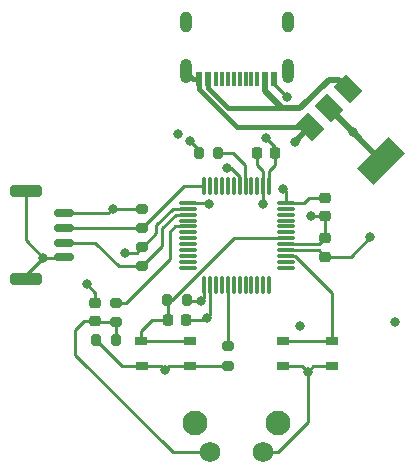
<source format=gbr>
%TF.GenerationSoftware,KiCad,Pcbnew,7.0.7*%
%TF.CreationDate,2023-10-08T00:42:53+08:00*%
%TF.ProjectId,RM_47mm,524d5f34-376d-46d2-9e6b-696361645f70,rev?*%
%TF.SameCoordinates,Original*%
%TF.FileFunction,Copper,L4,Bot*%
%TF.FilePolarity,Positive*%
%FSLAX46Y46*%
G04 Gerber Fmt 4.6, Leading zero omitted, Abs format (unit mm)*
G04 Created by KiCad (PCBNEW 7.0.7) date 2023-10-08 00:42:53*
%MOMM*%
%LPD*%
G01*
G04 APERTURE LIST*
G04 Aperture macros list*
%AMRoundRect*
0 Rectangle with rounded corners*
0 $1 Rounding radius*
0 $2 $3 $4 $5 $6 $7 $8 $9 X,Y pos of 4 corners*
0 Add a 4 corners polygon primitive as box body*
4,1,4,$2,$3,$4,$5,$6,$7,$8,$9,$2,$3,0*
0 Add four circle primitives for the rounded corners*
1,1,$1+$1,$2,$3*
1,1,$1+$1,$4,$5*
1,1,$1+$1,$6,$7*
1,1,$1+$1,$8,$9*
0 Add four rect primitives between the rounded corners*
20,1,$1+$1,$2,$3,$4,$5,0*
20,1,$1+$1,$4,$5,$6,$7,0*
20,1,$1+$1,$6,$7,$8,$9,0*
20,1,$1+$1,$8,$9,$2,$3,0*%
%AMRotRect*
0 Rectangle, with rotation*
0 The origin of the aperture is its center*
0 $1 length*
0 $2 width*
0 $3 Rotation angle, in degrees counterclockwise*
0 Add horizontal line*
21,1,$1,$2,0,0,$3*%
G04 Aperture macros list end*
%TA.AperFunction,SMDPad,CuDef*%
%ADD10RotRect,2.000000X1.500000X315.000000*%
%TD*%
%TA.AperFunction,SMDPad,CuDef*%
%ADD11RotRect,2.000000X3.800000X315.000000*%
%TD*%
%TA.AperFunction,SMDPad,CuDef*%
%ADD12R,0.600000X1.240000*%
%TD*%
%TA.AperFunction,SMDPad,CuDef*%
%ADD13R,0.300000X1.240000*%
%TD*%
%TA.AperFunction,ComponentPad*%
%ADD14O,1.000000X1.800000*%
%TD*%
%TA.AperFunction,ComponentPad*%
%ADD15O,1.000000X2.100000*%
%TD*%
%TA.AperFunction,SMDPad,CuDef*%
%ADD16RoundRect,0.150000X0.700000X-0.150000X0.700000X0.150000X-0.700000X0.150000X-0.700000X-0.150000X0*%
%TD*%
%TA.AperFunction,SMDPad,CuDef*%
%ADD17RoundRect,0.250000X1.100000X-0.250000X1.100000X0.250000X-1.100000X0.250000X-1.100000X-0.250000X0*%
%TD*%
%TA.AperFunction,SMDPad,CuDef*%
%ADD18RoundRect,0.200000X0.275000X-0.200000X0.275000X0.200000X-0.275000X0.200000X-0.275000X-0.200000X0*%
%TD*%
%TA.AperFunction,SMDPad,CuDef*%
%ADD19RoundRect,0.200000X-0.200000X-0.275000X0.200000X-0.275000X0.200000X0.275000X-0.200000X0.275000X0*%
%TD*%
%TA.AperFunction,SMDPad,CuDef*%
%ADD20RoundRect,0.075000X0.662500X0.075000X-0.662500X0.075000X-0.662500X-0.075000X0.662500X-0.075000X0*%
%TD*%
%TA.AperFunction,SMDPad,CuDef*%
%ADD21RoundRect,0.075000X0.075000X0.662500X-0.075000X0.662500X-0.075000X-0.662500X0.075000X-0.662500X0*%
%TD*%
%TA.AperFunction,SMDPad,CuDef*%
%ADD22R,1.050000X0.650000*%
%TD*%
%TA.AperFunction,SMDPad,CuDef*%
%ADD23RoundRect,0.225000X-0.250000X0.225000X-0.250000X-0.225000X0.250000X-0.225000X0.250000X0.225000X0*%
%TD*%
%TA.AperFunction,SMDPad,CuDef*%
%ADD24RoundRect,0.225000X0.225000X0.250000X-0.225000X0.250000X-0.225000X-0.250000X0.225000X-0.250000X0*%
%TD*%
%TA.AperFunction,SMDPad,CuDef*%
%ADD25RoundRect,0.225000X0.250000X-0.225000X0.250000X0.225000X-0.250000X0.225000X-0.250000X-0.225000X0*%
%TD*%
%TA.AperFunction,SMDPad,CuDef*%
%ADD26RoundRect,0.200000X-0.275000X0.200000X-0.275000X-0.200000X0.275000X-0.200000X0.275000X0.200000X0*%
%TD*%
%TA.AperFunction,SMDPad,CuDef*%
%ADD27RoundRect,0.200000X0.200000X0.275000X-0.200000X0.275000X-0.200000X-0.275000X0.200000X-0.275000X0*%
%TD*%
%TA.AperFunction,ComponentPad*%
%ADD28C,2.100000*%
%TD*%
%TA.AperFunction,ComponentPad*%
%ADD29C,1.750000*%
%TD*%
%TA.AperFunction,ViaPad*%
%ADD30C,0.800000*%
%TD*%
%TA.AperFunction,Conductor*%
%ADD31C,0.400000*%
%TD*%
%TA.AperFunction,Conductor*%
%ADD32C,0.500000*%
%TD*%
%TA.AperFunction,Conductor*%
%ADD33C,0.250000*%
%TD*%
G04 APERTURE END LIST*
D10*
%TO.P,U2,1,GND*%
%TO.N,Earth*%
X156166268Y-90838959D03*
D11*
%TO.P,U2,2,VO*%
%TO.N,/VCC_3V3*%
X162247386Y-93667386D03*
D10*
X157792614Y-89212614D03*
%TO.P,U2,3,VI*%
%TO.N,/VCC_5V*%
X159418959Y-87586268D03*
%TD*%
D12*
%TO.P,J1,A1,GND*%
%TO.N,Earth*%
X146800000Y-86725000D03*
%TO.P,J1,A4,VBUS*%
%TO.N,/VCC_5V*%
X147600000Y-86725000D03*
D13*
%TO.P,J1,A5,CC1*%
%TO.N,unconnected-(J1-CC1-PadA5)*%
X148750000Y-86725000D03*
%TO.P,J1,A6,D+*%
%TO.N,unconnected-(J1-D+-PadA6)*%
X149750000Y-86725000D03*
%TO.P,J1,A7,D-*%
%TO.N,unconnected-(J1-D--PadA7)*%
X150250000Y-86725000D03*
%TO.P,J1,A8,SBU1*%
%TO.N,unconnected-(J1-SBU1-PadA8)*%
X151250000Y-86725000D03*
D12*
%TO.P,J1,A9,VBUS*%
%TO.N,/VCC_5V*%
X152400000Y-86725000D03*
%TO.P,J1,A12,GND*%
%TO.N,Earth*%
X153200000Y-86725000D03*
%TO.P,J1,B1,GND*%
X153200000Y-86725000D03*
%TO.P,J1,B4,VBUS*%
%TO.N,/VCC_5V*%
X152400000Y-86725000D03*
D13*
%TO.P,J1,B5,CC2*%
%TO.N,unconnected-(J1-CC2-PadB5)*%
X151750000Y-86725000D03*
%TO.P,J1,B6,D+*%
%TO.N,unconnected-(J1-D+-PadB6)*%
X150750000Y-86725000D03*
%TO.P,J1,B7,D-*%
%TO.N,unconnected-(J1-D--PadB7)*%
X149250000Y-86725000D03*
%TO.P,J1,B8,SBU2*%
%TO.N,unconnected-(J1-SBU2-PadB8)*%
X148250000Y-86725000D03*
D12*
%TO.P,J1,B9,VBUS*%
%TO.N,/VCC_5V*%
X147600000Y-86725000D03*
%TO.P,J1,B12,GND*%
%TO.N,Earth*%
X146800000Y-86725000D03*
D14*
%TO.P,J1,S1,SHIELD*%
X145680000Y-81925000D03*
D15*
X145680000Y-86125000D03*
X154320000Y-86125000D03*
D14*
X154320000Y-81925000D03*
%TD*%
D16*
%TO.P,J2,1,Pin_1*%
%TO.N,Earth*%
X135350000Y-101875000D03*
%TO.P,J2,2,Pin_2*%
%TO.N,/SWDIO*%
X135350000Y-100625000D03*
%TO.P,J2,3,Pin_3*%
%TO.N,/SWCLK*%
X135350000Y-99375000D03*
%TO.P,J2,4,Pin_4*%
%TO.N,/VCC_3V3*%
X135350000Y-98125000D03*
D17*
%TO.P,J2,MP*%
%TO.N,Earth*%
X132150000Y-103725000D03*
X132150000Y-96275000D03*
%TD*%
D18*
%TO.P,R3,1*%
%TO.N,/SWCLK*%
X142018127Y-99380570D03*
%TO.P,R3,2*%
%TO.N,/VCC_3V3*%
X142018127Y-97730570D03*
%TD*%
%TO.P,R7,1*%
%TO.N,Net-(SW3-3)*%
X139783288Y-107336708D03*
%TO.P,R7,2*%
%TO.N,/Button_LED*%
X139783288Y-105686708D03*
%TD*%
D19*
%TO.P,R4,1*%
%TO.N,Earth*%
X146775000Y-93000000D03*
%TO.P,R4,2*%
%TO.N,/BOOT0*%
X148425000Y-93000000D03*
%TD*%
D20*
%TO.P,U1,1,VBAT*%
%TO.N,/VCC_3V3*%
X154162500Y-97250000D03*
%TO.P,U1,2,PC13*%
%TO.N,unconnected-(U1-PC13-Pad2)*%
X154162500Y-97750000D03*
%TO.P,U1,3,PC14*%
%TO.N,unconnected-(U1-PC14-Pad3)*%
X154162500Y-98250000D03*
%TO.P,U1,4,PC15*%
%TO.N,unconnected-(U1-PC15-Pad4)*%
X154162500Y-98750000D03*
%TO.P,U1,5,PD0*%
%TO.N,unconnected-(U1-PD0-Pad5)*%
X154162500Y-99250000D03*
%TO.P,U1,6,PD1*%
%TO.N,unconnected-(U1-PD1-Pad6)*%
X154162500Y-99750000D03*
%TO.P,U1,7,NRST*%
%TO.N,/RESET*%
X154162500Y-100250000D03*
%TO.P,U1,8,VSSA*%
%TO.N,Earth*%
X154162500Y-100750000D03*
%TO.P,U1,9,VDDA*%
%TO.N,/VCC_3V3*%
X154162500Y-101250000D03*
%TO.P,U1,10,PA0*%
%TO.N,/WKUP*%
X154162500Y-101750000D03*
%TO.P,U1,11,PA1*%
%TO.N,unconnected-(U1-PA1-Pad11)*%
X154162500Y-102250000D03*
%TO.P,U1,12,PA2*%
%TO.N,unconnected-(U1-PA2-Pad12)*%
X154162500Y-102750000D03*
D21*
%TO.P,U1,13,PA3*%
%TO.N,unconnected-(U1-PA3-Pad13)*%
X152750000Y-104162500D03*
%TO.P,U1,14,PA4*%
%TO.N,unconnected-(U1-PA4-Pad14)*%
X152250000Y-104162500D03*
%TO.P,U1,15,PA5*%
%TO.N,unconnected-(U1-PA5-Pad15)*%
X151750000Y-104162500D03*
%TO.P,U1,16,PA6*%
%TO.N,unconnected-(U1-PA6-Pad16)*%
X151250000Y-104162500D03*
%TO.P,U1,17,PA7*%
%TO.N,unconnected-(U1-PA7-Pad17)*%
X150750000Y-104162500D03*
%TO.P,U1,18,PB0*%
%TO.N,unconnected-(U1-PB0-Pad18)*%
X150250000Y-104162500D03*
%TO.P,U1,19,PB1*%
%TO.N,unconnected-(U1-PB1-Pad19)*%
X149750000Y-104162500D03*
%TO.P,U1,20,PB2*%
%TO.N,/BOOT1{slash}PB2*%
X149250000Y-104162500D03*
%TO.P,U1,21,PB10*%
%TO.N,unconnected-(U1-PB10-Pad21)*%
X148750000Y-104162500D03*
%TO.P,U1,22,PB11*%
%TO.N,unconnected-(U1-PB11-Pad22)*%
X148250000Y-104162500D03*
%TO.P,U1,23,VSS*%
%TO.N,Earth*%
X147750000Y-104162500D03*
%TO.P,U1,24,VDD*%
%TO.N,/VCC_3V3*%
X147250000Y-104162500D03*
D20*
%TO.P,U1,25,PB12*%
%TO.N,unconnected-(U1-PB12-Pad25)*%
X145837500Y-102750000D03*
%TO.P,U1,26,PB13*%
%TO.N,unconnected-(U1-PB13-Pad26)*%
X145837500Y-102250000D03*
%TO.P,U1,27,PB14*%
%TO.N,unconnected-(U1-PB14-Pad27)*%
X145837500Y-101750000D03*
%TO.P,U1,28,PB15*%
%TO.N,unconnected-(U1-PB15-Pad28)*%
X145837500Y-101250000D03*
%TO.P,U1,29,PA8*%
%TO.N,unconnected-(U1-PA8-Pad29)*%
X145837500Y-100750000D03*
%TO.P,U1,30,PA9*%
%TO.N,unconnected-(U1-PA9-Pad30)*%
X145837500Y-100250000D03*
%TO.P,U1,31,PA10*%
%TO.N,unconnected-(U1-PA10-Pad31)*%
X145837500Y-99750000D03*
%TO.P,U1,32,PA11*%
%TO.N,/Button_LED*%
X145837500Y-99250000D03*
%TO.P,U1,33,PA12*%
%TO.N,unconnected-(U1-PA12-Pad33)*%
X145837500Y-98750000D03*
%TO.P,U1,34,PA13*%
%TO.N,/SWDIO*%
X145837500Y-98250000D03*
%TO.P,U1,35,VSS*%
%TO.N,Earth*%
X145837500Y-97750000D03*
%TO.P,U1,36,VDD*%
%TO.N,/VCC_3V3*%
X145837500Y-97250000D03*
D21*
%TO.P,U1,37,PA14*%
%TO.N,/SWCLK*%
X147250000Y-95837500D03*
%TO.P,U1,38,PA15*%
%TO.N,unconnected-(U1-PA15-Pad38)*%
X147750000Y-95837500D03*
%TO.P,U1,39,PB3*%
%TO.N,unconnected-(U1-PB3-Pad39)*%
X148250000Y-95837500D03*
%TO.P,U1,40,PB4*%
%TO.N,unconnected-(U1-PB4-Pad40)*%
X148750000Y-95837500D03*
%TO.P,U1,41,PB5*%
%TO.N,unconnected-(U1-PB5-Pad41)*%
X149250000Y-95837500D03*
%TO.P,U1,42,PB6*%
%TO.N,unconnected-(U1-PB6-Pad42)*%
X149750000Y-95837500D03*
%TO.P,U1,43,PB7*%
%TO.N,/LED_IN*%
X150250000Y-95837500D03*
%TO.P,U1,44,BOOT0*%
%TO.N,/BOOT0*%
X150750000Y-95837500D03*
%TO.P,U1,45,PB8*%
%TO.N,unconnected-(U1-PB8-Pad45)*%
X151250000Y-95837500D03*
%TO.P,U1,46,PB9*%
%TO.N,unconnected-(U1-PB9-Pad46)*%
X151750000Y-95837500D03*
%TO.P,U1,47,VSS*%
%TO.N,Earth*%
X152250000Y-95837500D03*
%TO.P,U1,48,VDD*%
%TO.N,/VCC_3V3*%
X152750000Y-95837500D03*
%TD*%
D22*
%TO.P,SW2,1,1*%
%TO.N,/WKUP*%
X158075000Y-108925000D03*
X153925000Y-108925000D03*
%TO.P,SW2,2,2*%
%TO.N,/VCC_3V3*%
X158075000Y-111075000D03*
X153950000Y-111075000D03*
%TD*%
D23*
%TO.P,C9,1*%
%TO.N,/VCC_3V3*%
X157480000Y-96805000D03*
%TO.P,C9,2*%
%TO.N,Earth*%
X157480000Y-98355000D03*
%TD*%
D24*
%TO.P,C11,1*%
%TO.N,/VCC_3V3*%
X153275000Y-93000000D03*
%TO.P,C11,2*%
%TO.N,Earth*%
X151725000Y-93000000D03*
%TD*%
%TO.P,C12,1*%
%TO.N,Earth*%
X145705537Y-107172023D03*
%TO.P,C12,2*%
%TO.N,/RESET*%
X144155537Y-107172023D03*
%TD*%
D25*
%TO.P,C13,1*%
%TO.N,Net-(SW3-3)*%
X138039859Y-107289498D03*
%TO.P,C13,2*%
%TO.N,/VCC_3V3*%
X138039859Y-105739498D03*
%TD*%
D19*
%TO.P,R6,1*%
%TO.N,Earth*%
X138129023Y-108882715D03*
%TO.P,R6,2*%
%TO.N,Net-(SW3-3)*%
X139779023Y-108882715D03*
%TD*%
D26*
%TO.P,R2,2*%
%TO.N,/SWDIO*%
X142021726Y-102625355D03*
%TO.P,R2,1*%
%TO.N,Earth*%
X142021726Y-100975355D03*
%TD*%
%TO.P,R5,1*%
%TO.N,/BOOT1{slash}PB2*%
X149258680Y-109398485D03*
%TO.P,R5,2*%
%TO.N,Earth*%
X149258680Y-111048485D03*
%TD*%
D27*
%TO.P,R1,1*%
%TO.N,/VCC_3V3*%
X145758826Y-105466261D03*
%TO.P,R1,2*%
%TO.N,/RESET*%
X144108826Y-105466261D03*
%TD*%
D28*
%TO.P,SW3,*%
%TO.N,Earth*%
X146482909Y-115884152D03*
X153492909Y-115884152D03*
D29*
%TO.P,SW3,1,3*%
%TO.N,Net-(SW3-3)*%
X147732909Y-118374152D03*
%TO.P,SW3,2,4*%
%TO.N,/VCC_3V3*%
X152232909Y-118374152D03*
%TD*%
D25*
%TO.P,C10,1*%
%TO.N,/VCC_3V3*%
X157474699Y-101792865D03*
%TO.P,C10,2*%
%TO.N,Earth*%
X157474699Y-100242865D03*
%TD*%
D22*
%TO.P,SW1,1,1*%
%TO.N,/RESET*%
X146075000Y-108925000D03*
X141925000Y-108925000D03*
%TO.P,SW1,2,2*%
%TO.N,Earth*%
X146075000Y-111075000D03*
X141950000Y-111075000D03*
%TD*%
D30*
%TO.N,Earth*%
X154297050Y-88284974D03*
%TO.N,/VCC_3V3*%
X137330423Y-104140716D03*
X145024288Y-91444939D03*
X152495852Y-91746808D03*
%TO.N,Earth*%
X163388735Y-107365477D03*
%TO.N,/VCC_3V3*%
X155317912Y-107634484D03*
X161294635Y-100164239D03*
X159823557Y-91243557D03*
%TO.N,/LED_IN*%
X149187047Y-94312934D03*
%TO.N,/VCC_3V3*%
X147629225Y-97348384D03*
X139498561Y-97730570D03*
X156014602Y-111564521D03*
X146945372Y-105591240D03*
X153932037Y-96057092D03*
%TO.N,Earth*%
X133597257Y-101877102D03*
X152248410Y-97319644D03*
X154905251Y-92074558D03*
X147459286Y-106959729D03*
X146043974Y-92040483D03*
X143942264Y-111435531D03*
X156249949Y-98366155D03*
X140513247Y-101468135D03*
%TD*%
D31*
%TO.N,/VCC_5V*%
X149264209Y-89210681D02*
X153830737Y-89210681D01*
X147600000Y-87546472D02*
X149264209Y-89210681D01*
X147600000Y-86725000D02*
X147600000Y-87546472D01*
D32*
X158654462Y-86821771D02*
X159418959Y-87586268D01*
X155386544Y-89210681D02*
X157775454Y-86821771D01*
X153830737Y-89210681D02*
X155386544Y-89210681D01*
X157775454Y-86821771D02*
X158654462Y-86821771D01*
X152400000Y-87779944D02*
X153830737Y-89210681D01*
X152400000Y-86725000D02*
X152400000Y-87779944D01*
D33*
%TO.N,Earth*%
X153200000Y-87187924D02*
X154297050Y-88284974D01*
X153200000Y-86725000D02*
X153200000Y-87187924D01*
%TO.N,/VCC_3V3*%
X138039859Y-104850152D02*
X137330423Y-104140716D01*
X138039859Y-105739498D02*
X138039859Y-104850152D01*
D31*
%TO.N,Earth*%
X146280000Y-86725000D02*
X145680000Y-86125000D01*
X146800000Y-86725000D02*
X146280000Y-86725000D01*
D33*
%TO.N,/VCC_3V3*%
X159666009Y-101792865D02*
X161294635Y-100164239D01*
X157474699Y-101792865D02*
X159666009Y-101792865D01*
X153275000Y-92525956D02*
X152495852Y-91746808D01*
X153275000Y-93000000D02*
X153275000Y-92525956D01*
D32*
X159823557Y-91243557D02*
X162247386Y-93667386D01*
X157792614Y-89212614D02*
X159823557Y-91243557D01*
D33*
%TO.N,/LED_IN*%
X149528619Y-94312934D02*
X149187047Y-94312934D01*
X150250000Y-95034315D02*
X149528619Y-94312934D01*
X150250000Y-95837500D02*
X150250000Y-95034315D01*
%TO.N,/VCC_3V3*%
X147530841Y-97250000D02*
X147629225Y-97348384D01*
X145837500Y-97250000D02*
X147530841Y-97250000D01*
X139498561Y-97730570D02*
X142018127Y-97730570D01*
X135359404Y-98134404D02*
X135350000Y-98125000D01*
X139498561Y-97730570D02*
X139094727Y-98134404D01*
X139094727Y-98134404D02*
X135359404Y-98134404D01*
%TO.N,Earth*%
X157474699Y-100242865D02*
X157474699Y-98360301D01*
X157474699Y-98360301D02*
X157480000Y-98355000D01*
X140516871Y-101471759D02*
X140513247Y-101468135D01*
X141525322Y-101471759D02*
X140516871Y-101471759D01*
X142021726Y-100975355D02*
X141525322Y-101471759D01*
X142029610Y-100975355D02*
X143172059Y-99832906D01*
%TO.N,/SWCLK*%
X145561197Y-95837500D02*
X147250000Y-95837500D01*
X142018127Y-99380570D02*
X145561197Y-95837500D01*
X142012557Y-99375000D02*
X142018127Y-99380570D01*
X135350000Y-99375000D02*
X142012557Y-99375000D01*
%TO.N,Earth*%
X143172059Y-99832906D02*
X143172059Y-99156669D01*
X143172059Y-99156669D02*
X144578728Y-97750000D01*
X144578728Y-97750000D02*
X145837500Y-97750000D01*
%TO.N,/SWDIO*%
X143715146Y-99394770D02*
X144859916Y-98250000D01*
X144859916Y-98250000D02*
X145837500Y-98250000D01*
X143715146Y-100915161D02*
X143715146Y-99394770D01*
X142021726Y-102608581D02*
X143715146Y-100915161D01*
X140045126Y-102625355D02*
X142021726Y-102625355D01*
X138044771Y-100625000D02*
X140045126Y-102625355D01*
X135350000Y-100625000D02*
X138044771Y-100625000D01*
X142021726Y-102625355D02*
X142021726Y-102608581D01*
%TO.N,Earth*%
X142021726Y-100975355D02*
X142029610Y-100975355D01*
%TO.N,/VCC_3V3*%
X154160008Y-96454944D02*
X154162500Y-96457436D01*
X147250000Y-105286612D02*
X147250000Y-104162500D01*
X155527242Y-111077161D02*
X153952161Y-111077161D01*
X154165372Y-97247128D02*
X154162500Y-97250000D01*
X153275000Y-94043946D02*
X152750000Y-94568946D01*
%TO.N,/SWDIO*%
X142021726Y-102625355D02*
X142021726Y-102630077D01*
%TO.N,/VCC_3V3*%
X156931834Y-101250000D02*
X157474699Y-101792865D01*
X155713623Y-97247128D02*
X154165372Y-97247128D01*
X146945372Y-105591240D02*
X145883805Y-105591240D01*
X146945372Y-105591240D02*
X147250000Y-105286612D01*
X156014602Y-111564521D02*
X156499239Y-111079884D01*
X156014602Y-115829895D02*
X156014602Y-111564521D01*
X152232909Y-118374152D02*
X153470345Y-118374152D01*
X152750000Y-94568946D02*
X152750000Y-95837500D01*
X153952161Y-111077161D02*
X153950000Y-111075000D01*
X153932037Y-96057092D02*
X153712445Y-95837500D01*
X145758826Y-105466261D02*
X145946239Y-105466261D01*
X156499239Y-111079884D02*
X158070116Y-111079884D01*
X153470345Y-118374152D02*
X156014602Y-115829895D01*
X135337641Y-98137359D02*
X135350000Y-98125000D01*
X153932037Y-96057092D02*
X154160008Y-96285063D01*
X154162500Y-96457436D02*
X154162500Y-97250000D01*
X153275000Y-93000000D02*
X153275000Y-94043946D01*
X158070116Y-111079884D02*
X158075000Y-111075000D01*
X145883805Y-105591240D02*
X145758826Y-105466261D01*
X157480000Y-96805000D02*
X156155751Y-96805000D01*
X154162500Y-101250000D02*
X156931834Y-101250000D01*
X154160008Y-96285063D02*
X154160008Y-96454944D01*
X145696780Y-105767133D02*
X145743491Y-105720422D01*
X156014602Y-111564521D02*
X155527242Y-111077161D01*
X156155751Y-96805000D02*
X155713623Y-97247128D01*
%TO.N,Earth*%
X147459286Y-106959729D02*
X147750000Y-106669015D01*
D31*
X146800000Y-86725000D02*
X146800000Y-87595000D01*
D33*
X152250000Y-94588612D02*
X152250000Y-95837500D01*
D32*
X156140850Y-90838959D02*
X154905251Y-92074558D01*
D33*
X156166268Y-90838959D02*
X156140850Y-90838959D01*
X145705537Y-107172023D02*
X147246992Y-107172023D01*
X146052411Y-92040483D02*
X146043974Y-92040483D01*
X146075000Y-111075000D02*
X144302795Y-111075000D01*
X145837500Y-97771946D02*
X145840554Y-97775000D01*
D31*
X146800000Y-87595000D02*
X150043959Y-90838959D01*
D33*
X135347898Y-101877102D02*
X135350000Y-101875000D01*
%TO.N,/SWCLK*%
X141995702Y-99316211D02*
X141633294Y-99316211D01*
%TO.N,Earth*%
X140321308Y-111075000D02*
X141950000Y-111075000D01*
X132150000Y-103725000D02*
X132150000Y-103324359D01*
X132150000Y-96275000D02*
X132150000Y-100429845D01*
X141950000Y-111075000D02*
X143581733Y-111075000D01*
X132150000Y-100429845D02*
X133597257Y-101877102D01*
X145837500Y-97750000D02*
X145837500Y-97771946D01*
X132150000Y-103324359D02*
X133597257Y-101877102D01*
X154162500Y-100750000D02*
X156967564Y-100750000D01*
X149258680Y-111048485D02*
X149232165Y-111075000D01*
X146775000Y-93000000D02*
X146775000Y-92763072D01*
X147750000Y-106669015D02*
X147750000Y-104162500D01*
X157480000Y-98355000D02*
X156261104Y-98355000D01*
X151725000Y-94063612D02*
X152250000Y-94588612D01*
X138129023Y-108882715D02*
X140321308Y-111075000D01*
X143581733Y-111075000D02*
X143942264Y-111435531D01*
X149232165Y-111075000D02*
X146075000Y-111075000D01*
X144302795Y-111075000D02*
X143942264Y-111435531D01*
D31*
X150043959Y-90838959D02*
X156166268Y-90838959D01*
D33*
X146775000Y-92763072D02*
X146052411Y-92040483D01*
X152248410Y-97319644D02*
X152248410Y-95821322D01*
X152234062Y-95853438D02*
X152250000Y-95837500D01*
X133597257Y-101877102D02*
X135347898Y-101877102D01*
X151725000Y-93000000D02*
X151725000Y-94063612D01*
X156261104Y-98355000D02*
X156249949Y-98366155D01*
X156967564Y-100750000D02*
X157474699Y-100242865D01*
X147246992Y-107172023D02*
X147459286Y-106959729D01*
%TO.N,/RESET*%
X144108826Y-105466261D02*
X144533906Y-105466261D01*
X146075000Y-108925000D02*
X145965955Y-108925000D01*
X149750167Y-100250000D02*
X154162500Y-100250000D01*
X141925000Y-108925000D02*
X146075000Y-108925000D01*
X144533906Y-105466261D02*
X149750167Y-100250000D01*
X142828080Y-107170229D02*
X144153743Y-107170229D01*
X144153743Y-107170229D02*
X144155537Y-107172023D01*
X141925000Y-108925000D02*
X141925000Y-108073309D01*
X141925000Y-108073309D02*
X142828080Y-107170229D01*
X144155537Y-105512972D02*
X144108826Y-105466261D01*
X144155537Y-107172023D02*
X144155537Y-105512972D01*
%TO.N,/BOOT0*%
X148425000Y-93000000D02*
X149689154Y-93000000D01*
X150744812Y-94055658D02*
X150744812Y-95832312D01*
X150744812Y-95832312D02*
X150750000Y-95837500D01*
X149689154Y-93000000D02*
X150744812Y-94055658D01*
%TO.N,/BOOT1{slash}PB2*%
X149000000Y-109175000D02*
X149047866Y-109175000D01*
X149250000Y-109389805D02*
X149258680Y-109398485D01*
X149250000Y-104162500D02*
X149250000Y-109389805D01*
%TO.N,/WKUP*%
X153925000Y-108925000D02*
X158075000Y-108925000D01*
X158075000Y-104859315D02*
X154965685Y-101750000D01*
X158075000Y-108925000D02*
X158075000Y-104859315D01*
X154965685Y-101750000D02*
X154162500Y-101750000D01*
D32*
%TO.N,/VCC_5V*%
X159069030Y-87236339D02*
X159418959Y-87586268D01*
D33*
%TO.N,/Button_LED*%
X144337349Y-102005843D02*
X144337349Y-99695621D01*
X140656484Y-105686708D02*
X144337349Y-102005843D01*
X144782970Y-99250000D02*
X145837500Y-99250000D01*
X144337349Y-99695621D02*
X144782970Y-99250000D01*
X139783288Y-105686708D02*
X140656484Y-105686708D01*
%TO.N,Net-(SW3-3)*%
X139779023Y-108882715D02*
X139779023Y-107340973D01*
X138087069Y-107336708D02*
X138039859Y-107289498D01*
X139783288Y-107336708D02*
X138087069Y-107336708D01*
X147732909Y-118374152D02*
X144619005Y-118374152D01*
X136334693Y-110089840D02*
X136334693Y-107988422D01*
X137033617Y-107289498D02*
X138039859Y-107289498D01*
X144619005Y-118374152D02*
X136334693Y-110089840D01*
X139779023Y-107340973D02*
X139783288Y-107336708D01*
X136334693Y-107988422D02*
X137033617Y-107289498D01*
%TD*%
M02*

</source>
